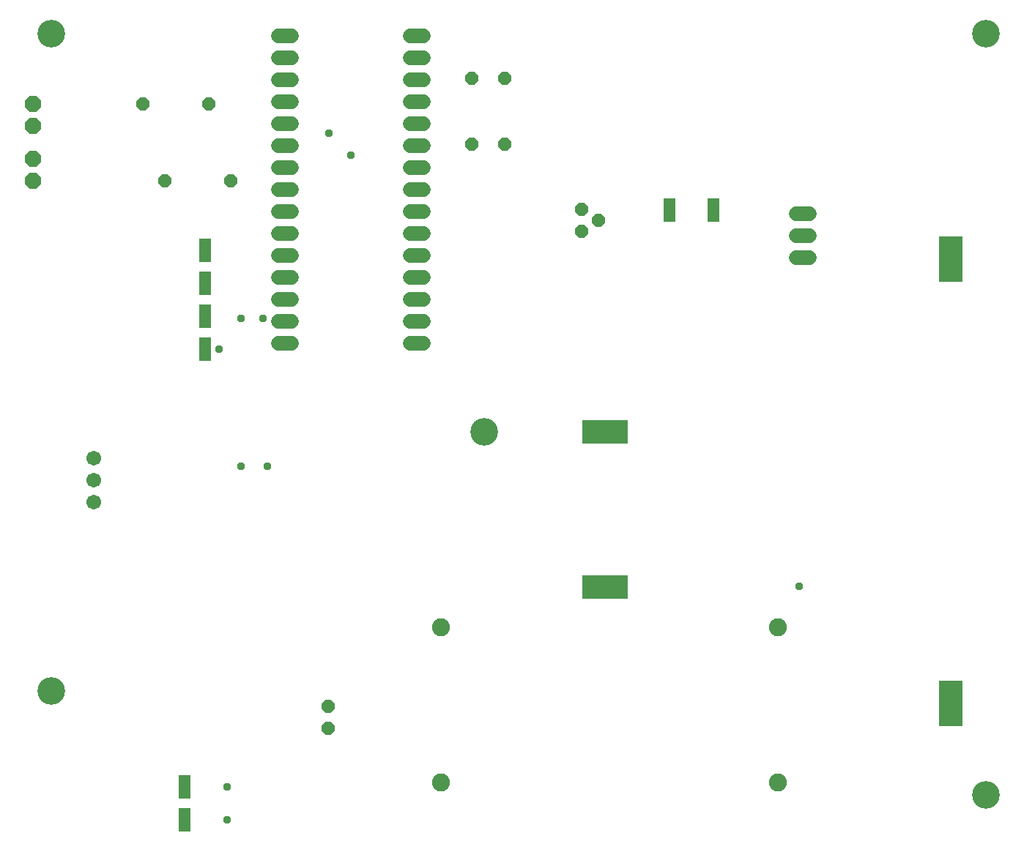
<source format=gbr>
G04 EAGLE Gerber RS-274X export*
G75*
%MOMM*%
%FSLAX34Y34*%
%LPD*%
%INSoldermask Top*%
%IPPOS*%
%AMOC8*
5,1,8,0,0,1.08239X$1,22.5*%
G01*
%ADD10C,3.203200*%
%ADD11C,2.082800*%
%ADD12C,1.727200*%
%ADD13P,2.034460X8X112.500000*%
%ADD14P,2.034460X8X292.500000*%
%ADD15C,1.711200*%
%ADD16P,1.649562X8X292.500000*%
%ADD17P,1.649562X8X202.500000*%
%ADD18P,1.649562X8X112.500000*%
%ADD19R,5.283200X2.743200*%
%ADD20R,2.743200X5.283200*%
%ADD21R,1.473200X2.743200*%
%ADD22C,0.959600*%


D10*
X60000Y940000D03*
X60000Y180000D03*
X1140000Y60000D03*
X1140000Y940000D03*
X560000Y480000D03*
D11*
X900000Y254000D03*
X900000Y74000D03*
X510000Y254000D03*
X510000Y74000D03*
D12*
X337620Y937800D02*
X322380Y937800D01*
X322380Y912400D02*
X337620Y912400D01*
X337620Y887000D02*
X322380Y887000D01*
X322380Y861600D02*
X337620Y861600D01*
X337620Y836200D02*
X322380Y836200D01*
X322380Y810800D02*
X337620Y810800D01*
X337620Y785400D02*
X322380Y785400D01*
X322380Y760000D02*
X337620Y760000D01*
X337620Y734600D02*
X322380Y734600D01*
X322380Y709200D02*
X337620Y709200D01*
X337620Y683800D02*
X322380Y683800D01*
X322380Y658400D02*
X337620Y658400D01*
X337620Y633000D02*
X322380Y633000D01*
X322380Y607600D02*
X337620Y607600D01*
X337620Y582200D02*
X322380Y582200D01*
X474780Y582200D02*
X490020Y582200D01*
X490020Y607600D02*
X474780Y607600D01*
X474780Y633000D02*
X490020Y633000D01*
X490020Y658400D02*
X474780Y658400D01*
X474780Y683800D02*
X490020Y683800D01*
X490020Y709200D02*
X474780Y709200D01*
X474780Y734600D02*
X490020Y734600D01*
X490020Y760000D02*
X474780Y760000D01*
X474780Y785400D02*
X490020Y785400D01*
X490020Y810800D02*
X474780Y810800D01*
X474780Y836200D02*
X490020Y836200D01*
X490020Y861600D02*
X474780Y861600D01*
X474780Y887000D02*
X490020Y887000D01*
X490020Y912400D02*
X474780Y912400D01*
X474780Y937800D02*
X490020Y937800D01*
D13*
X39000Y770100D03*
X39000Y795500D03*
D14*
X39000Y859000D03*
X39000Y833600D03*
D15*
X109100Y449000D03*
X109100Y423600D03*
X109100Y398200D03*
D12*
X921380Y732200D02*
X936620Y732200D01*
X936620Y706800D02*
X921380Y706800D01*
X921380Y681400D02*
X936620Y681400D01*
D16*
X672900Y736900D03*
X691950Y724200D03*
X672900Y711500D03*
D17*
X267600Y770100D03*
X191400Y770100D03*
X242200Y859000D03*
X166000Y859000D03*
D18*
X546100Y812800D03*
X546100Y889000D03*
D19*
X700000Y300000D03*
D16*
X584200Y889000D03*
X584200Y812800D03*
D20*
X1100000Y680000D03*
X1100000Y165500D03*
D21*
X237490Y613410D03*
X237490Y575310D03*
X237490Y689610D03*
X237490Y651510D03*
X214000Y69100D03*
X214000Y31000D03*
D19*
X700000Y480000D03*
D18*
X380200Y137300D03*
X380200Y162700D03*
D21*
X774700Y736600D03*
X825500Y736600D03*
D22*
X262700Y69200D03*
X262700Y31200D03*
X406400Y800100D03*
X381000Y825500D03*
X304800Y610870D03*
X279400Y610870D03*
X254000Y575310D03*
X924500Y301300D03*
X279000Y440000D03*
X309500Y440000D03*
M02*

</source>
